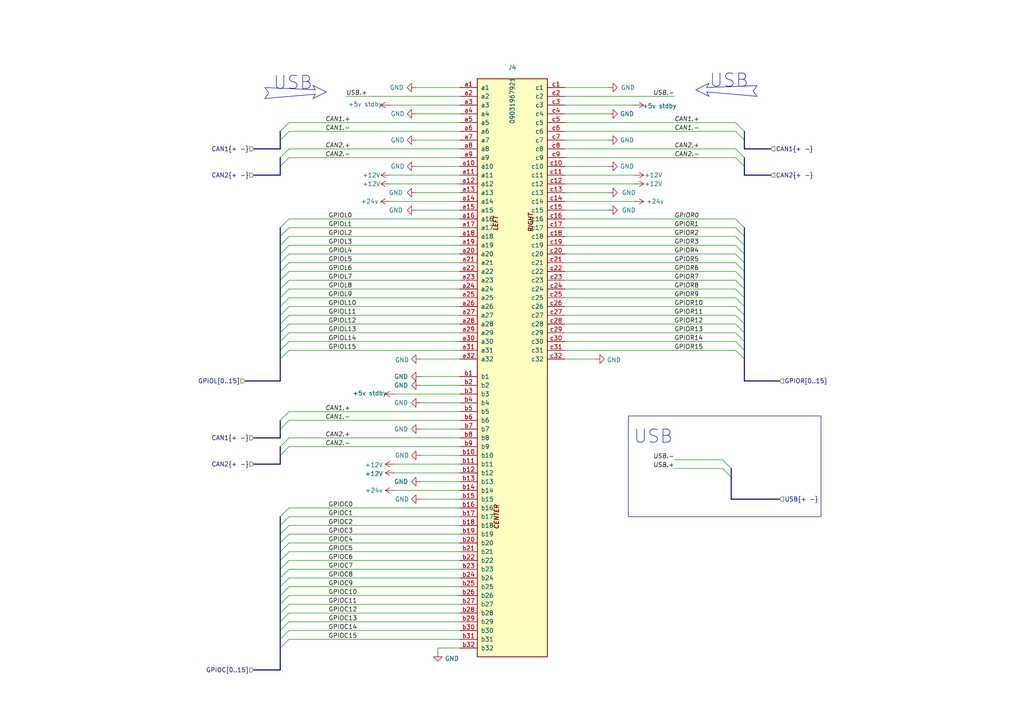
<source format=kicad_sch>
(kicad_sch (version 20250114) (generator "eeschema") (generator_version "9.0")
  (paper "A4")
  (title_block (title "DIN41612 connector breakout") (date "2024-11-14") (rev "A") (company "ModuCard system") (comment 1 "Artem Horiunov"))
  (rectangle (start 182.245 120.65) (end 238.125 149.86))
  (text "USB\n" (at 189.484 126.746 0) (effects (font (size 3.81 3.81))))
  (text "USB\n" (at 84.963 24.13 0) (effects (font (size 3.81 3.81))))
  (text "USB\n" (at 211.455 23.495 0) (effects (font (size 3.81 3.81))))
  (bus_entry (at 83.82 81.28) (size -2.54 2.54))
  (bus_entry (at 213.36 35.56) (size 2.54 2.54))
  (bus_entry (at 83.82 93.98) (size -2.54 2.54))
  (bus_entry (at 83.82 154.94) (size -2.54 2.54))
  (bus_entry (at 83.82 45.72) (size -2.54 2.54))
  (bus_entry (at 213.36 96.52) (size 2.54 2.54))
  (bus_entry (at 83.82 180.34) (size -2.54 2.54))
  (bus_entry (at 213.36 68.58) (size 2.54 2.54))
  (bus_entry (at 83.82 170.18) (size -2.54 2.54))
  (bus_entry (at 213.36 76.2) (size 2.54 2.54))
  (bus_entry (at 213.36 93.98) (size 2.54 2.54))
  (bus_entry (at 83.82 165.1) (size -2.54 2.54))
  (bus_entry (at 209.55 135.89) (size 2.54 2.54))
  (bus_entry (at 209.55 133.35) (size 2.54 2.54))
  (bus_entry (at 83.82 38.1) (size -2.54 2.54))
  (bus_entry (at 83.82 119.38) (size -2.54 2.54))
  (bus_entry (at 83.82 152.4) (size -2.54 2.54))
  (bus_entry (at 83.82 35.56) (size -2.54 2.54))
  (bus_entry (at 83.82 88.9) (size -2.54 2.54))
  (bus_entry (at 213.36 78.74) (size 2.54 2.54))
  (bus_entry (at 83.82 66.04) (size -2.54 2.54))
  (bus_entry (at 83.82 177.8) (size -2.54 2.54))
  (bus_entry (at 83.82 157.48) (size -2.54 2.54))
  (bus_entry (at 213.36 38.1) (size 2.54 2.54))
  (bus_entry (at 213.36 71.12) (size 2.54 2.54))
  (bus_entry (at 83.82 175.26) (size -2.54 2.54))
  (bus_entry (at 83.82 149.86) (size -2.54 2.54))
  (bus_entry (at 83.82 99.06) (size -2.54 2.54))
  (bus_entry (at 83.82 91.44) (size -2.54 2.54))
  (bus_entry (at 213.36 66.04) (size 2.54 2.54))
  (bus_entry (at 83.82 78.74) (size -2.54 2.54))
  (bus_entry (at 83.82 96.52) (size -2.54 2.54))
  (bus_entry (at 83.82 182.88) (size -2.54 2.54))
  (bus_entry (at 83.82 76.2) (size -2.54 2.54))
  (bus_entry (at 83.82 127) (size -2.54 2.54))
  (bus_entry (at 83.82 101.6) (size -2.54 2.54))
  (bus_entry (at 83.82 167.64) (size -2.54 2.54))
  (bus_entry (at 83.82 121.92) (size -2.54 2.54))
  (bus_entry (at 213.36 81.28) (size 2.54 2.54))
  (bus_entry (at 83.82 129.54) (size -2.54 2.54))
  (bus_entry (at 83.82 160.02) (size -2.54 2.54))
  (bus_entry (at 83.82 71.12) (size -2.54 2.54))
  (bus_entry (at 83.82 172.72) (size -2.54 2.54))
  (bus_entry (at 83.82 63.5) (size -2.54 2.54))
  (bus_entry (at 213.36 91.44) (size 2.54 2.54))
  (bus_entry (at 83.82 83.82) (size -2.54 2.54))
  (bus_entry (at 213.36 43.18) (size 2.54 2.54))
  (bus_entry (at 83.82 147.32) (size -2.54 2.54))
  (bus_entry (at 213.36 86.36) (size 2.54 2.54))
  (bus_entry (at 213.36 101.6) (size 2.54 2.54))
  (bus_entry (at 83.82 68.58) (size -2.54 2.54))
  (bus_entry (at 213.36 45.72) (size 2.54 2.54))
  (bus_entry (at 213.36 63.5) (size 2.54 2.54))
  (bus_entry (at 83.82 185.42) (size -2.54 2.54))
  (bus_entry (at 213.36 73.66) (size 2.54 2.54))
  (bus_entry (at 83.82 86.36) (size -2.54 2.54))
  (bus_entry (at 83.82 73.66) (size -2.54 2.54))
  (bus_entry (at 83.82 43.18) (size -2.54 2.54))
  (bus_entry (at 213.36 88.9) (size 2.54 2.54))
  (bus_entry (at 83.82 162.56) (size -2.54 2.54))
  (bus_entry (at 213.36 99.06) (size 2.54 2.54))
  (bus_entry (at 213.36 83.82) (size 2.54 2.54))
  (bus (pts (xy 81.28 157.48) (xy 81.28 160.02)))
  (bus (pts (xy 223.52 50.8) (xy 215.9 50.8)))
  (bus (pts (xy 81.28 93.98) (xy 81.28 96.52)))
  (wire (pts (xy 213.36 76.2) (xy 163.83 76.2)))
  (wire (pts (xy 133.35 83.82) (xy 83.82 83.82)))
  (wire (pts (xy 121.92 111.76) (xy 133.35 111.76)))
  (polyline (pts (xy 76.835 25.4) (xy 91.44 26.035)))
  (bus (pts (xy 215.9 40.64) (xy 215.9 43.18)))
  (wire (pts (xy 213.36 35.56) (xy 163.83 35.56)))
  (wire (pts (xy 121.92 132.08) (xy 133.35 132.08)))
  (bus (pts (xy 81.28 182.88) (xy 81.28 185.42)))
  (wire (pts (xy 133.35 185.42) (xy 83.82 185.42)))
  (wire (pts (xy 120.65 55.88) (xy 133.35 55.88)))
  (wire (pts (xy 213.36 38.1) (xy 163.83 38.1)))
  (wire (pts (xy 127 189.23) (xy 127 187.96)))
  (wire (pts (xy 133.35 172.72) (xy 83.82 172.72)))
  (polyline (pts (xy 77.978 26.924) (xy 76.835 25.4)))
  (wire (pts (xy 121.92 116.84) (xy 133.35 116.84)))
  (bus (pts (xy 81.28 71.12) (xy 81.28 73.66)))
  (wire (pts (xy 213.36 101.6) (xy 163.83 101.6)))
  (wire (pts (xy 133.35 99.06) (xy 83.82 99.06)))
  (bus (pts (xy 81.28 99.06) (xy 81.28 101.6)))
  (bus (pts (xy 215.9 45.72) (xy 215.9 48.26)))
  (bus (pts (xy 81.28 86.36) (xy 81.28 88.9)))
  (bus (pts (xy 212.09 135.89) (xy 212.09 138.43)))
  (polyline (pts (xy 201.803 26.035) (xy 205.613 27.94)))
  (wire (pts (xy 121.92 104.14) (xy 133.35 104.14)))
  (bus (pts (xy 81.28 66.04) (xy 81.28 68.58)))
  (wire (pts (xy 133.35 93.98) (xy 83.82 93.98)))
  (wire (pts (xy 100.33 27.94) (xy 133.35 27.94)))
  (bus (pts (xy 81.28 170.18) (xy 81.28 172.72)))
  (wire (pts (xy 83.82 127) (xy 133.35 127)))
  (wire (pts (xy 133.35 177.8) (xy 83.82 177.8)))
  (wire (pts (xy 195.58 135.89) (xy 209.55 135.89)))
  (bus (pts (xy 81.28 81.28) (xy 81.28 83.82)))
  (wire (pts (xy 83.82 35.56) (xy 133.35 35.56)))
  (wire (pts (xy 83.82 45.72) (xy 133.35 45.72)))
  (bus (pts (xy 81.28 154.94) (xy 81.28 157.48)))
  (bus (pts (xy 73.66 127) (xy 81.28 127)))
  (wire (pts (xy 133.35 96.52) (xy 83.82 96.52)))
  (wire (pts (xy 176.53 48.26) (xy 163.83 48.26)))
  (wire (pts (xy 133.35 88.9) (xy 83.82 88.9)))
  (polyline (pts (xy 204.978 25.4) (xy 205.613 24.13)))
  (bus (pts (xy 215.9 81.28) (xy 215.9 83.82)))
  (wire (pts (xy 163.83 66.04) (xy 213.36 66.04)))
  (bus (pts (xy 81.28 165.1) (xy 81.28 167.64)))
  (bus (pts (xy 81.28 110.49) (xy 71.12 110.49)))
  (bus (pts (xy 215.9 93.98) (xy 215.9 96.52)))
  (wire (pts (xy 114.3 142.24) (xy 133.35 142.24)))
  (wire (pts (xy 163.83 30.48) (xy 184.15 30.48)))
  (wire (pts (xy 133.35 170.18) (xy 83.82 170.18)))
  (bus (pts (xy 81.28 132.08) (xy 81.28 134.62)))
  (wire (pts (xy 133.35 81.28) (xy 83.82 81.28)))
  (wire (pts (xy 184.15 50.8) (xy 163.83 50.8)))
  (wire (pts (xy 163.83 68.58) (xy 213.36 68.58)))
  (polyline (pts (xy 205.613 24.13) (xy 201.803 26.035)))
  (bus (pts (xy 215.9 48.26) (xy 215.9 50.8)))
  (bus (pts (xy 215.9 38.1) (xy 215.9 40.64)))
  (wire (pts (xy 120.65 60.96) (xy 133.35 60.96)))
  (wire (pts (xy 120.65 33.02) (xy 133.35 33.02)))
  (wire (pts (xy 121.92 124.46) (xy 133.35 124.46)))
  (wire (pts (xy 127 187.96) (xy 133.35 187.96)))
  (wire (pts (xy 83.82 129.54) (xy 133.35 129.54)))
  (wire (pts (xy 163.83 40.64) (xy 176.53 40.64)))
  (bus (pts (xy 81.28 121.92) (xy 81.28 124.46)))
  (wire (pts (xy 163.83 25.4) (xy 176.53 25.4)))
  (bus (pts (xy 81.28 76.2) (xy 81.28 78.74)))
  (wire (pts (xy 120.65 48.26) (xy 133.35 48.26)))
  (wire (pts (xy 213.36 81.28) (xy 163.83 81.28)))
  (bus (pts (xy 215.9 91.44) (xy 215.9 93.98)))
  (wire (pts (xy 83.82 43.18) (xy 133.35 43.18)))
  (bus (pts (xy 81.28 48.26) (xy 81.28 50.8)))
  (bus (pts (xy 81.28 194.31) (xy 73.66 194.31)))
  (polyline (pts (xy 91.44 27.305) (xy 76.835 28.575)))
  (wire (pts (xy 133.35 101.6) (xy 83.82 101.6)))
  (bus (pts (xy 81.28 167.64) (xy 81.28 170.18)))
  (wire (pts (xy 133.35 175.26) (xy 83.82 175.26)))
  (wire (pts (xy 163.83 60.96) (xy 176.53 60.96)))
  (wire (pts (xy 114.3 137.16) (xy 133.35 137.16)))
  (wire (pts (xy 83.82 121.92) (xy 133.35 121.92)))
  (bus (pts (xy 81.28 104.14) (xy 81.28 110.49)))
  (bus (pts (xy 81.28 177.8) (xy 81.28 180.34)))
  (wire (pts (xy 133.35 162.56) (xy 83.82 162.56)))
  (bus (pts (xy 215.9 104.14) (xy 215.9 110.49)))
  (bus (pts (xy 215.9 83.82) (xy 215.9 86.36)))
  (wire (pts (xy 120.65 25.4) (xy 133.35 25.4)))
  (bus (pts (xy 215.9 66.04) (xy 215.9 68.58)))
  (bus (pts (xy 215.9 68.58) (xy 215.9 71.12)))
  (bus (pts (xy 73.66 43.18) (xy 81.28 43.18)))
  (bus (pts (xy 81.28 175.26) (xy 81.28 177.8)))
  (polyline (pts (xy 218.44 26.416) (xy 219.5663 24.8237)))
  (wire (pts (xy 213.36 99.06) (xy 163.83 99.06)))
  (bus (pts (xy 81.28 180.34) (xy 81.28 182.88)))
  (bus (pts (xy 215.9 76.2) (xy 215.9 78.74)))
  (bus (pts (xy 81.28 185.42) (xy 81.28 187.96)))
  (bus (pts (xy 81.28 124.46) (xy 81.28 127)))
  (wire (pts (xy 195.58 133.35) (xy 209.55 133.35)))
  (bus (pts (xy 215.9 101.6) (xy 215.9 104.14)))
  (wire (pts (xy 83.82 149.86) (xy 133.35 149.86)))
  (polyline (pts (xy 204.978 26.67) (xy 219.583 27.94)))
  (wire (pts (xy 213.36 83.82) (xy 163.83 83.82)))
  (bus (pts (xy 212.09 144.78) (xy 226.06 144.78)))
  (bus (pts (xy 81.28 40.64) (xy 81.28 43.18)))
  (polyline (pts (xy 94.615 26.67) (xy 90.805 28.575)))
  (wire (pts (xy 213.36 88.9) (xy 163.83 88.9)))
  (wire (pts (xy 83.82 147.32) (xy 133.35 147.32)))
  (bus (pts (xy 81.28 149.86) (xy 81.28 152.4)))
  (polyline (pts (xy 76.835 28.575) (xy 77.978 26.924)))
  (wire (pts (xy 163.83 33.02) (xy 176.53 33.02)))
  (wire (pts (xy 133.35 180.34) (xy 83.82 180.34)))
  (wire (pts (xy 133.35 86.36) (xy 83.82 86.36)))
  (bus (pts (xy 81.28 38.1) (xy 81.28 40.64)))
  (wire (pts (xy 172.72 104.14) (xy 163.83 104.14)))
  (wire (pts (xy 213.36 71.12) (xy 163.83 71.12)))
  (wire (pts (xy 163.83 27.94) (xy 195.58 27.94)))
  (bus (pts (xy 215.9 73.66) (xy 215.9 76.2)))
  (wire (pts (xy 114.3 134.62) (xy 133.35 134.62)))
  (wire (pts (xy 133.35 154.94) (xy 83.82 154.94)))
  (wire (pts (xy 83.82 119.38) (xy 133.35 119.38)))
  (bus (pts (xy 81.28 96.52) (xy 81.28 99.06)))
  (bus (pts (xy 215.9 78.74) (xy 215.9 81.28)))
  (wire (pts (xy 83.82 152.4) (xy 133.35 152.4)))
  (wire (pts (xy 163.83 58.42) (xy 184.15 58.42)))
  (wire (pts (xy 114.3 114.3) (xy 133.35 114.3)))
  (wire (pts (xy 213.36 93.98) (xy 163.83 93.98)))
  (bus (pts (xy 81.28 129.54) (xy 81.28 132.08)))
  (bus (pts (xy 81.28 187.96) (xy 81.28 194.31)))
  (bus (pts (xy 215.9 96.52) (xy 215.9 99.06)))
  (wire (pts (xy 213.36 78.74) (xy 163.83 78.74)))
  (wire (pts (xy 83.82 68.58) (xy 133.35 68.58)))
  (bus (pts (xy 81.28 101.6) (xy 81.28 104.14)))
  (polyline (pts (xy 91.44 26.035) (xy 90.805 24.765)))
  (wire (pts (xy 133.35 78.74) (xy 83.82 78.74)))
  (wire (pts (xy 121.92 144.78) (xy 133.35 144.78)))
  (bus (pts (xy 81.28 88.9) (xy 81.28 91.44)))
  (bus (pts (xy 81.28 78.74) (xy 81.28 81.28)))
  (wire (pts (xy 163.83 63.5) (xy 213.36 63.5)))
  (wire (pts (xy 213.36 86.36) (xy 163.83 86.36)))
  (wire (pts (xy 133.35 73.66) (xy 83.82 73.66)))
  (wire (pts (xy 133.35 167.64) (xy 83.82 167.64)))
  (polyline (pts (xy 205.613 27.94) (xy 204.978 26.67)))
  (wire (pts (xy 133.35 76.2) (xy 83.82 76.2)))
  (bus (pts (xy 215.9 110.49) (xy 226.06 110.49)))
  (bus (pts (xy 81.28 162.56) (xy 81.28 165.1)))
  (wire (pts (xy 120.65 40.64) (xy 133.35 40.64)))
  (wire (pts (xy 213.36 91.44) (xy 163.83 91.44)))
  (polyline (pts (xy 219.583 27.94) (xy 218.44 26.416)))
  (bus (pts (xy 215.9 71.12) (xy 215.9 73.66)))
  (bus (pts (xy 73.66 50.8) (xy 81.28 50.8)))
  (bus (pts (xy 81.28 160.02) (xy 81.28 162.56)))
  (polyline (pts (xy 90.805 24.765) (xy 94.615 26.67)))
  (bus (pts (xy 215.9 86.36) (xy 215.9 88.9)))
  (wire (pts (xy 213.36 45.72) (xy 163.83 45.72)))
  (bus (pts (xy 81.28 68.58) (xy 81.28 71.12)))
  (bus (pts (xy 81.28 172.72) (xy 81.28 175.26)))
  (wire (pts (xy 121.92 109.22) (xy 133.35 109.22)))
  (wire (pts (xy 113.03 53.34) (xy 133.35 53.34)))
  (wire (pts (xy 83.82 63.5) (xy 133.35 63.5)))
  (wire (pts (xy 113.03 50.8) (xy 133.35 50.8)))
  (wire (pts (xy 133.35 182.88) (xy 83.82 182.88)))
  (wire (pts (xy 213.36 73.66) (xy 163.83 73.66)))
  (bus (pts (xy 73.66 134.62) (xy 81.28 134.62)))
  (polyline (pts (xy 90.805 28.575) (xy 91.44 27.305)))
  (wire (pts (xy 133.35 165.1) (xy 83.82 165.1)))
  (wire (pts (xy 163.83 53.34) (xy 184.15 53.34)))
  (polyline (pts (xy 219.5663 24.8237) (xy 204.978 25.4)))
  (bus (pts (xy 215.9 88.9) (xy 215.9 91.44)))
  (bus (pts (xy 81.28 152.4) (xy 81.28 154.94)))
  (wire (pts (xy 121.92 139.7) (xy 133.35 139.7)))
  (bus (pts (xy 81.28 73.66) (xy 81.28 76.2)))
  (wire (pts (xy 113.03 58.42) (xy 133.35 58.42)))
  (wire (pts (xy 83.82 38.1) (xy 133.35 38.1)))
  (bus (pts (xy 223.52 43.18) (xy 215.9 43.18)))
  (wire (pts (xy 113.03 30.48) (xy 133.35 30.48)))
  (wire (pts (xy 133.35 91.44) (xy 83.82 91.44)))
  (bus (pts (xy 212.09 138.43) (xy 212.09 144.78)))
  (wire (pts (xy 133.35 157.48) (xy 83.82 157.48)))
  (wire (pts (xy 133.35 160.02) (xy 83.82 160.02)))
  (wire (pts (xy 163.83 55.88) (xy 176.53 55.88)))
  (bus (pts (xy 81.28 83.82) (xy 81.28 86.36)))
  (bus (pts (xy 81.28 91.44) (xy 81.28 93.98)))
  (wire (pts (xy 213.36 96.52) (xy 163.83 96.52)))
  (wire (pts (xy 213.36 43.18) (xy 163.83 43.18)))
  (bus (pts (xy 215.9 99.06) (xy 215.9 101.6)))
  (wire (pts (xy 133.35 71.12) (xy 83.82 71.12)))
  (bus (pts (xy 81.28 45.72) (xy 81.28 48.26)))
  (wire (pts (xy 83.82 66.04) (xy 133.35 66.04)))
  (label "GPIOR6" (at 195.58 78.74 0))
  (label "GPIOC9" (at 95.25 170.18 0))
  (label "USB.-" (at 195.58 133.35 180) (effects (font (italic yes))))
  (label "GPIOL5" (at 95.25 76.2 0))
  (label "GPIOR15" (at 195.58 101.6 0))
  (label "GPIOR12" (at 195.58 93.98 0))
  (label "GPIOC4" (at 95.25 157.48 0))
  (label "GPIOL14" (at 95.25 99.06 0))
  (label "CAN1.-" (at 195.58 38.1 0) (effects (font (italic yes))))
  (label "GPIOR5" (at 195.58 76.2 0))
  (label "GPIOC12" (at 95.25 177.8 0))
  (label "GPIOL15" (at 95.25 101.6 0))
  (label "GPIOL8" (at 95.25 83.82 0))
  (label "CAN2.-" (at 101.6 129.54 180) (effects (font (italic yes))))
  (label "USB.+" (at 100.33 27.94 0) (effects (font (italic yes))))
  (label "GPIOC1" (at 95.25 149.86 0))
  (label "GPIOC8" (at 95.25 167.64 0))
  (label "GPIOL10" (at 95.25 88.9 0))
  (label "CAN2.+" (at 101.6 43.18 180) (effects (font (italic yes))))
  (label "GPIOR14" (at 195.58 99.06 0))
  (label "GPIOL1" (at 95.25 66.04 0))
  (label "GPIOR13" (at 195.58 96.52 0))
  (label "CAN2.-" (at 101.6 45.72 180) (effects (font (italic yes))))
  (label "GPIOR7" (at 195.58 81.28 0))
  (label "USB.-" (at 195.58 27.94 180) (effects (font (italic yes))))
  (label "GPIOR9" (at 195.58 86.36 0))
  (label "GPIOR2" (at 195.58 68.58 0))
  (label "GPIOL7" (at 95.25 81.28 0))
  (label "GPIOR8" (at 195.58 83.82 0))
  (label "CAN1.-" (at 101.6 38.1 180) (effects (font (italic yes))))
  (label "CAN1.+" (at 101.6 119.38 180) (effects (font (italic yes))))
  (label "GPIOL12" (at 95.25 93.98 0))
  (label "GPIOR1" (at 195.58 66.04 0))
  (label "GPIOC5" (at 95.25 160.02 0))
  (label "GPIOC7" (at 95.25 165.1 0))
  (label "CAN1.+" (at 195.58 35.56 0) (effects (font (italic yes))))
  (label "GPIOC10" (at 95.25 172.72 0))
  (label "GPIOL3" (at 95.25 71.12 0))
  (label "USB.+" (at 195.58 135.89 180) (effects (font (italic yes))))
  (label "GPIOR10" (at 195.58 88.9 0))
  (label "GPIOC14" (at 95.25 182.88 0))
  (label "GPIOL6" (at 95.25 78.74 0))
  (label "GPIOL13" (at 95.25 96.52 0))
  (label "GPIOC3" (at 95.25 154.94 0))
  (label "CAN2.+" (at 101.6 127 180) (effects (font (italic yes))))
  (label "GPIOR11" (at 195.58 91.44 0))
  (label "GPIOC2" (at 95.25 152.4 0))
  (label "GPIOC15" (at 95.25 185.42 0))
  (label "GPIOC13" (at 95.25 180.34 0))
  (label "GPIOL11" (at 95.25 91.44 0))
  (label "GPIOL0" (at 95.25 63.5 0))
  (label "GPIOR0" (at 195.58 63.5 0) (effects (font (italic yes))))
  (label "CAN1.+" (at 101.6 35.56 180) (effects (font (italic yes))))
  (label "GPIOC0" (at 95.25 147.32 0))
  (label "GPIOC11" (at 95.25 175.26 0))
  (label "GPIOC6" (at 95.25 162.56 0))
  (label "GPIOL9" (at 95.25 86.36 0))
  (label "GPIOR3" (at 195.58 71.12 0))
  (label "GPIOL4" (at 95.25 73.66 0))
  (label "CAN2.-" (at 195.58 45.72 0) (effects (font (italic yes))))
  (label "CAN1.-" (at 101.6 121.92 180) (effects (font (italic yes))))
  (label "GPIOL2" (at 95.25 68.58 0))
  (label "GPIOR4" (at 195.58 73.66 0))
  (label "CAN2.+" (at 195.58 43.18 0) (effects (font (italic yes))))
  (hierarchical_label "CAN1{+ -}" (shape input) (at 73.66 127 180))
  (hierarchical_label "CAN1{+ -}" (shape input) (at 223.52 43.18 0))
  (hierarchical_label "GPIOR[0..15]" (shape input) (at 226.06 110.49 0))
  (hierarchical_label "USB{+ -}" (shape input) (at 226.06 144.78 0))
  (hierarchical_label "GPIOC[0..15]" (shape input) (at 73.66 194.31 180))
  (hierarchical_label "CAN2{+ -}" (shape input) (at 73.66 50.8 180))
  (hierarchical_label "GPIOL[0..15]" (shape input) (at 71.12 110.49 180))
  (hierarchical_label "CAN1{+ -}" (shape input) (at 73.66 43.18 180))
  (hierarchical_label "CAN2{+ -}" (shape input) (at 73.66 134.62 180))
  (hierarchical_label "CAN2{+ -}" (shape input) (at 223.52 50.8 0))
  (symbol (lib_id "power:+12V") (at 113.03 53.34 90) (mirror x) (unit 1)
    (property "Reference" "#PWR019" (effects (hide yes)))
    (property "Value" "+12V" (at 107.696 53.34 90))
    (property "Description" "Power symbol creates a global label with name \"+12V\"" (effects (hide yes)))
    (instances (project "ModuCard-System-ActiveBackplane" (path "" (reference "#PWR0169") (unit 1)) (path "" (reference "#PWR0203") (unit 1)) (path "" (reference "#PWR0101") (unit 1)) (path "" (reference "#PWR0453") (unit 1)) (path "" (reference "#PWR0500") (unit 1)) (path "" (reference "#PWR0237") (unit 1)) (path "" (reference "#PWR0317") (unit 1)) (path "" (reference "#PWR0419") (unit 1)) (path "" (reference "#PWR019") (unit 1)) (path "" (reference "#PWR0283") (unit 1)) (path "" (reference "#PWR0534") (unit 1)) (path "" (reference "#PWR0385") (unit 1)) (path "" (reference "#PWR0351") (unit 1)) (path "" (reference "#PWR0135") (unit 1)) (path "" (reference "#PWR0602") (unit 1)) (path "" (reference "#PWR0568") (unit 1))))
  )
  (symbol (lib_id "power:+12V") (at 184.15 50.8 270) (mirror x) (unit 1)
    (property "Reference" "#PWR018" (effects (hide yes)))
    (property "Value" "+12V" (at 189.484 50.8 90))
    (property "Description" "Power symbol creates a global label with name \"+12V\"" (effects (hide yes)))
    (instances (project "ModuCard-System-ActiveBackplane" (path "" (reference "#PWR0168") (unit 1)) (path "" (reference "#PWR0202") (unit 1)) (path "" (reference "#PWR0100") (unit 1)) (path "" (reference "#PWR0452") (unit 1)) (path "" (reference "#PWR0499") (unit 1)) (path "" (reference "#PWR0236") (unit 1)) (path "" (reference "#PWR0316") (unit 1)) (path "" (reference "#PWR0418") (unit 1)) (path "" (reference "#PWR018") (unit 1)) (path "" (reference "#PWR0282") (unit 1)) (path "" (reference "#PWR0533") (unit 1)) (path "" (reference "#PWR0384") (unit 1)) (path "" (reference "#PWR0350") (unit 1)) (path "" (reference "#PWR0134") (unit 1)) (path "" (reference "#PWR0601") (unit 1)) (path "" (reference "#PWR0567") (unit 1))))
  )
  (symbol (lib_name "GND_1") (lib_id "power:GND") (at 121.92 124.46 270) (unit 1)
    (property "Reference" "#PWR033" (effects (hide yes)))
    (property "Value" "GND" (at 116.332 124.46 90))
    (property "Description" "Power symbol creates a global label with name \"GND\" , ground" (effects (hide yes)))
    (instances (project "ModuCard-System-ActiveBackplane" (path "" (reference "#PWR0183") (unit 1)) (path "" (reference "#PWR0217") (unit 1)) (path "" (reference "#PWR0115") (unit 1)) (path "" (reference "#PWR0467") (unit 1)) (path "" (reference "#PWR0514") (unit 1)) (path "" (reference "#PWR0251") (unit 1)) (path "" (reference "#PWR0331") (unit 1)) (path "" (reference "#PWR0433") (unit 1)) (path "" (reference "#PWR033") (unit 1)) (path "" (reference "#PWR0297") (unit 1)) (path "" (reference "#PWR0548") (unit 1)) (path "" (reference "#PWR0399") (unit 1)) (path "" (reference "#PWR0365") (unit 1)) (path "" (reference "#PWR0149") (unit 1)) (path "" (reference "#PWR0616") (unit 1)) (path "" (reference "#PWR0582") (unit 1))))
  )
  (symbol (lib_name "GND_1") (lib_id "power:GND") (at 172.72 104.14 90) (mirror x) (unit 1)
    (property "Reference" "#PWR028" (effects (hide yes)))
    (property "Value" "GND" (at 178.054 104.394 90))
    (property "Description" "Power symbol creates a global label with name \"GND\" , ground" (effects (hide yes)))
    (instances (project "ModuCard-System-ActiveBackplane" (path "" (reference "#PWR0178") (unit 1)) (path "" (reference "#PWR0212") (unit 1)) (path "" (reference "#PWR0110") (unit 1)) (path "" (reference "#PWR0462") (unit 1)) (path "" (reference "#PWR0509") (unit 1)) (path "" (reference "#PWR0246") (unit 1)) (path "" (reference "#PWR0326") (unit 1)) (path "" (reference "#PWR0428") (unit 1)) (path "" (reference "#PWR028") (unit 1)) (path "" (reference "#PWR0292") (unit 1)) (path "" (reference "#PWR0543") (unit 1)) (path "" (reference "#PWR0394") (unit 1)) (path "" (reference "#PWR0360") (unit 1)) (path "" (reference "#PWR0144") (unit 1)) (path "" (reference "#PWR0611") (unit 1)) (path "" (reference "#PWR0577") (unit 1))))
  )
  (symbol (lib_name "GND_1") (lib_id "power:GND") (at 121.92 116.84 270) (mirror x) (unit 1)
    (property "Reference" "#PWR032" (effects (hide yes)))
    (property "Value" "GND" (at 116.332 116.84 90))
    (property "Description" "Power symbol creates a global label with name \"GND\" , ground" (effects (hide yes)))
    (instances (project "ModuCard-System-ActiveBackplane" (path "" (reference "#PWR0182") (unit 1)) (path "" (reference "#PWR0216") (unit 1)) (path "" (reference "#PWR0114") (unit 1)) (path "" (reference "#PWR0466") (unit 1)) (path "" (reference "#PWR0513") (unit 1)) (path "" (reference "#PWR0250") (unit 1)) (path "" (reference "#PWR0330") (unit 1)) (path "" (reference "#PWR0432") (unit 1)) (path "" (reference "#PWR032") (unit 1)) (path "" (reference "#PWR0296") (unit 1)) (path "" (reference "#PWR0547") (unit 1)) (path "" (reference "#PWR0398") (unit 1)) (path "" (reference "#PWR0364") (unit 1)) (path "" (reference "#PWR0148") (unit 1)) (path "" (reference "#PWR0615") (unit 1)) (path "" (reference "#PWR0581") (unit 1))))
  )
  (symbol (lib_id "power:GND") (at 176.53 40.64 90) (mirror x) (unit 1)
    (property "Reference" "#PWR014" (effects (hide yes)))
    (property "Value" "GND" (at 181.864 40.64 90))
    (property "Description" "Power symbol creates a global label with name \"GND\" , ground" (effects (hide yes)))
    (instances (project "ModuCard-System-ActiveBackplane" (path "" (reference "#PWR0164") (unit 1)) (path "" (reference "#PWR0198") (unit 1)) (path "" (reference "#PWR096") (unit 1)) (path "" (reference "#PWR0448") (unit 1)) (path "" (reference "#PWR0495") (unit 1)) (path "" (reference "#PWR0232") (unit 1)) (path "" (reference "#PWR0312") (unit 1)) (path "" (reference "#PWR0414") (unit 1)) (path "" (reference "#PWR014") (unit 1)) (path "" (reference "#PWR0278") (unit 1)) (path "" (reference "#PWR0529") (unit 1)) (path "" (reference "#PWR0380") (unit 1)) (path "" (reference "#PWR0346") (unit 1)) (path "" (reference "#PWR0130") (unit 1)) (path "" (reference "#PWR0597") (unit 1)) (path "" (reference "#PWR0563") (unit 1))))
  )
  (symbol (lib_id "power:+12V") (at 114.3 137.16 90) (unit 1)
    (property "Reference" "#PWR036" (effects (hide yes)))
    (property "Value" "+12V" (at 108.458 137.414 90))
    (property "Description" "Power symbol creates a global label with name \"+12V\"" (effects (hide yes)))
    (instances (project "ModuCard-System-ActiveBackplane" (path "" (reference "#PWR0186") (unit 1)) (path "" (reference "#PWR0220") (unit 1)) (path "" (reference "#PWR0118") (unit 1)) (path "" (reference "#PWR0470") (unit 1)) (path "" (reference "#PWR0517") (unit 1)) (path "" (reference "#PWR0254") (unit 1)) (path "" (reference "#PWR0334") (unit 1)) (path "" (reference "#PWR0436") (unit 1)) (path "" (reference "#PWR036") (unit 1)) (path "" (reference "#PWR0300") (unit 1)) (path "" (reference "#PWR0551") (unit 1)) (path "" (reference "#PWR0402") (unit 1)) (path "" (reference "#PWR0368") (unit 1)) (path "" (reference "#PWR0152") (unit 1)) (path "" (reference "#PWR0619") (unit 1)) (path "" (reference "#PWR0585") (unit 1))))
  )
  (symbol (lib_id "power:+12V") (at 184.15 53.34 270) (mirror x) (unit 1)
    (property "Reference" "#PWR020" (effects (hide yes)))
    (property "Value" "+12V" (at 189.484 53.34 90))
    (property "Description" "Power symbol creates a global label with name \"+12V\"" (effects (hide yes)))
    (instances (project "ModuCard-System-ActiveBackplane" (path "" (reference "#PWR0170") (unit 1)) (path "" (reference "#PWR0204") (unit 1)) (path "" (reference "#PWR0102") (unit 1)) (path "" (reference "#PWR0454") (unit 1)) (path "" (reference "#PWR0501") (unit 1)) (path "" (reference "#PWR0238") (unit 1)) (path "" (reference "#PWR0318") (unit 1)) (path "" (reference "#PWR0420") (unit 1)) (path "" (reference "#PWR020") (unit 1)) (path "" (reference "#PWR0284") (unit 1)) (path "" (reference "#PWR0535") (unit 1)) (path "" (reference "#PWR0386") (unit 1)) (path "" (reference "#PWR0352") (unit 1)) (path "" (reference "#PWR0136") (unit 1)) (path "" (reference "#PWR0603") (unit 1)) (path "" (reference "#PWR0569") (unit 1))))
  )
  (symbol (lib_name "GND_1") (lib_id "power:GND") (at 121.92 111.76 270) (mirror x) (unit 1)
    (property "Reference" "#PWR030" (effects (hide yes)))
    (property "Value" "GND" (at 116.332 111.76 90))
    (property "Description" "Power symbol creates a global label with name \"GND\" , ground" (effects (hide yes)))
    (instances (project "ModuCard-System-ActiveBackplane" (path "" (reference "#PWR0180") (unit 1)) (path "" (reference "#PWR0214") (unit 1)) (path "" (reference "#PWR0112") (unit 1)) (path "" (reference "#PWR0464") (unit 1)) (path "" (reference "#PWR0511") (unit 1)) (path "" (reference "#PWR0248") (unit 1)) (path "" (reference "#PWR0328") (unit 1)) (path "" (reference "#PWR0430") (unit 1)) (path "" (reference "#PWR030") (unit 1)) (path "" (reference "#PWR0294") (unit 1)) (path "" (reference "#PWR0545") (unit 1)) (path "" (reference "#PWR0396") (unit 1)) (path "" (reference "#PWR0362") (unit 1)) (path "" (reference "#PWR0146") (unit 1)) (path "" (reference "#PWR0613") (unit 1)) (path "" (reference "#PWR0579") (unit 1))))
  )
  (symbol (lib_name "GND_1") (lib_id "power:GND") (at 121.92 139.7 270) (unit 1)
    (property "Reference" "#PWR037" (effects (hide yes)))
    (property "Value" "GND" (at 116.332 139.7 90))
    (property "Description" "Power symbol creates a global label with name \"GND\" , ground" (effects (hide yes)))
    (instances (project "ModuCard-System-ActiveBackplane" (path "" (reference "#PWR0187") (unit 1)) (path "" (reference "#PWR0221") (unit 1)) (path "" (reference "#PWR0119") (unit 1)) (path "" (reference "#PWR0471") (unit 1)) (path "" (reference "#PWR0518") (unit 1)) (path "" (reference "#PWR0255") (unit 1)) (path "" (reference "#PWR0335") (unit 1)) (path "" (reference "#PWR0437") (unit 1)) (path "" (reference "#PWR037") (unit 1)) (path "" (reference "#PWR0301") (unit 1)) (path "" (reference "#PWR0552") (unit 1)) (path "" (reference "#PWR0403") (unit 1)) (path "" (reference "#PWR0369") (unit 1)) (path "" (reference "#PWR0153") (unit 1)) (path "" (reference "#PWR0620") (unit 1)) (path "" (reference "#PWR0586") (unit 1))))
  )
  (symbol (lib_id "power:+12V") (at 113.03 58.42 90) (mirror x) (unit 1)
    (property "Reference" "#PWR023" (effects (hide yes)))
    (property "Value" "+24v" (at 107.188 58.42 90))
    (property "Description" "Power symbol creates a global label with name \"+12V\"" (effects (hide yes)))
    (instances (project "ModuCard-System-ActiveBackplane" (path "" (reference "#PWR0173") (unit 1)) (path "" (reference "#PWR0207") (unit 1)) (path "" (reference "#PWR0105") (unit 1)) (path "" (reference "#PWR0457") (unit 1)) (path "" (reference "#PWR0504") (unit 1)) (path "" (reference "#PWR0241") (unit 1)) (path "" (reference "#PWR0321") (unit 1)) (path "" (reference "#PWR0423") (unit 1)) (path "" (reference "#PWR023") (unit 1)) (path "" (reference "#PWR0287") (unit 1)) (path "" (reference "#PWR0538") (unit 1)) (path "" (reference "#PWR0389") (unit 1)) (path "" (reference "#PWR0355") (unit 1)) (path "" (reference "#PWR0139") (unit 1)) (path "" (reference "#PWR0606") (unit 1)) (path "" (reference "#PWR0572") (unit 1))))
  )
  (symbol (lib_id "power:GND") (at 120.65 25.4 270) (mirror x) (unit 1)
    (property "Reference" "#PWR07" (effects (hide yes)))
    (property "Value" "GND" (at 115.062 25.4 90))
    (property "Description" "Power symbol creates a global label with name \"GND\" , ground" (effects (hide yes)))
    (instances (project "ModuCard-System-ActiveBackplane" (path "" (reference "#PWR0157") (unit 1)) (path "" (reference "#PWR0191") (unit 1)) (path "" (reference "#PWR089") (unit 1)) (path "" (reference "#PWR0441") (unit 1)) (path "" (reference "#PWR0488") (unit 1)) (path "" (reference "#PWR0225") (unit 1)) (path "" (reference "#PWR0305") (unit 1)) (path "" (reference "#PWR0407") (unit 1)) (path "" (reference "#PWR07") (unit 1)) (path "" (reference "#PWR0271") (unit 1)) (path "" (reference "#PWR0522") (unit 1)) (path "" (reference "#PWR0373") (unit 1)) (path "" (reference "#PWR0339") (unit 1)) (path "" (reference "#PWR0123") (unit 1)) (path "" (reference "#PWR0590") (unit 1)) (path "" (reference "#PWR0556") (unit 1))))
  )
  (symbol (lib_id "power:GND") (at 120.65 48.26 270) (mirror x) (unit 1)
    (property "Reference" "#PWR015" (effects (hide yes)))
    (property "Value" "GND" (at 115.316 48.26 90))
    (property "Description" "Power symbol creates a global label with name \"GND\" , ground" (effects (hide yes)))
    (instances (project "ModuCard-System-ActiveBackplane" (path "" (reference "#PWR0165") (unit 1)) (path "" (reference "#PWR0199") (unit 1)) (path "" (reference "#PWR097") (unit 1)) (path "" (reference "#PWR0449") (unit 1)) (path "" (reference "#PWR0496") (unit 1)) (path "" (reference "#PWR0233") (unit 1)) (path "" (reference "#PWR0313") (unit 1)) (path "" (reference "#PWR0415") (unit 1)) (path "" (reference "#PWR015") (unit 1)) (path "" (reference "#PWR0279") (unit 1)) (path "" (reference "#PWR0530") (unit 1)) (path "" (reference "#PWR0381") (unit 1)) (path "" (reference "#PWR0347") (unit 1)) (path "" (reference "#PWR0131") (unit 1)) (path "" (reference "#PWR0598") (unit 1)) (path "" (reference "#PWR0564") (unit 1))))
  )
  (symbol (lib_name "GND_1") (lib_id "power:GND") (at 127 189.23 0) (unit 1)
    (property "Reference" "#PWR040" (effects (hide yes)))
    (property "Value" "GND" (at 131.064 191.008 0))
    (property "Description" "Power symbol creates a global label with name \"GND\" , ground" (effects (hide yes)))
    (instances (project "ModuCard-System-ActiveBackplane" (path "" (reference "#PWR0190") (unit 1)) (path "" (reference "#PWR0224") (unit 1)) (path "" (reference "#PWR0122") (unit 1)) (path "" (reference "#PWR0474") (unit 1)) (path "" (reference "#PWR0521") (unit 1)) (path "" (reference "#PWR0258") (unit 1)) (path "" (reference "#PWR0338") (unit 1)) (path "" (reference "#PWR0440") (unit 1)) (path "" (reference "#PWR040") (unit 1)) (path "" (reference "#PWR0304") (unit 1)) (path "" (reference "#PWR0555") (unit 1)) (path "" (reference "#PWR0406") (unit 1)) (path "" (reference "#PWR0372") (unit 1)) (path "" (reference "#PWR0156") (unit 1)) (path "" (reference "#PWR0623") (unit 1)) (path "" (reference "#PWR0589") (unit 1))))
  )
  (symbol (lib_id "DIN41612_3x32:09031967921") (at 148.59 106.68 0) (unit 1)
    (property "Reference" "J2" (at 148.59 19.558 0))
    (property "Value" "09031967921" (at 148.59 29.21 90))
    (property "Footprint" "Connector_DIN:DIN41612_R_3x32_Male_Vertical_THT" (effects (hide yes)))
    (property "MF" "Harting" (effects (hide yes)))
    (property "MAXIMUM_PACKAGE_HEIGHT" "11 mm" (effects (hide yes)))
    (property "Package" "None" (effects (hide yes)))
    (property "Price" "None" (effects (hide yes)))
    (property "Check_prices" "https://www.snapeda.com/parts/0903-196-7921/Harting/view-part/?ref=eda" (effects (hide yes)))
    (property "STANDARD" "Manufacturer recommendations" (effects (hide yes)))
    (property "PARTREV" "D" (effects (hide yes)))
    (property "SnapEDA_Link" "https://www.snapeda.com/parts/0903-196-7921/Harting/view-part/?ref=snap" (effects (hide yes)))
    (property "MP" "0903-196-7921" (effects (hide yes)))
    (property "Description_1" "\n                        \n                            CONNECTOR, DIN 41612, PLUG, THT, RA, 96P; Product Range: Type C Series; No. of Contacts: 96Contacts; Gender: Plug; Pitch Spacing: 2.54mm; No. of Rows: 3 Row; Rows Loaded: a + b + c; Contact Plating: Gold Plated Contacts; Contact Material: Brass; No. of Mating Cycles: 50; SVHC: No SVHC (15-Jan-2018); Contact Resistance: 15mohm; Contact Termination: Through Hole Right Angle; Contact Termination Type: Through Hole; Current Rating: 2A; Flammability Rating: UL94V-0; Insulation Resistance: 1000000Mohm; Insulator Material: PET (Polyester); Lead Spacing: 2.54mm; No. of Rows: 3Rows; Operating Temperature Max: 125°C; Operating Temperature Min: -65°C; Termination Method: Solder; Working Voltage: 250V\n                        \n" (effects (hide yes)))
    (property "Availability" "In Stock" (effects (hide yes)))
    (property "MANUFACTURER" "HARTING" (effects (hide yes)))
    (instances (project "ModuCard-System-ActiveBackplane" (path "" (reference "J4") (unit 1)) (path "" (reference "J5") (unit 1)) (path "" (reference "J1") (unit 1)) (path "" (reference "J12") (unit 1)) (path "" (reference "J13") (unit 1)) (path "" (reference "J6") (unit 1)) (path "" (reference "J8") (unit 1)) (path "" (reference "J11") (unit 1)) (path "" (reference "J2") (unit 1)) (path "" (reference "J7") (unit 1)) (path "" (reference "J14") (unit 1)) (path "" (reference "J10") (unit 1)) (path "" (reference "J9") (unit 1)) (path "" (reference "J3") (unit 1)) (path "" (reference "J16") (unit 1)) (path "" (reference "J15") (unit 1))))
  )
  (symbol (lib_name "GND_1") (lib_id "power:GND") (at 121.92 132.08 270) (unit 1)
    (property "Reference" "#PWR034" (effects (hide yes)))
    (property "Value" "GND" (at 116.586 132.08 90))
    (property "Description" "Power symbol creates a global label with name \"GND\" , ground" (effects (hide yes)))
    (instances (project "ModuCard-System-ActiveBackplane" (path "" (reference "#PWR0184") (unit 1)) (path "" (reference "#PWR0218") (unit 1)) (path "" (reference "#PWR0116") (unit 1)) (path "" (reference "#PWR0468") (unit 1)) (path "" (reference "#PWR0515") (unit 1)) (path "" (reference "#PWR0252") (unit 1)) (path "" (reference "#PWR0332") (unit 1)) (path "" (reference "#PWR0434") (unit 1)) (path "" (reference "#PWR034") (unit 1)) (path "" (reference "#PWR0298") (unit 1)) (path "" (reference "#PWR0549") (unit 1)) (path "" (reference "#PWR0400") (unit 1)) (path "" (reference "#PWR0366") (unit 1)) (path "" (reference "#PWR0150") (unit 1)) (path "" (reference "#PWR0617") (unit 1)) (path "" (reference "#PWR0583") (unit 1))))
  )
  (symbol (lib_id "power:GND") (at 176.53 60.96 90) (mirror x) (unit 1)
    (property "Reference" "#PWR026" (effects (hide yes)))
    (property "Value" "GND" (at 182.372 60.96 90))
    (property "Description" "Power symbol creates a global label with name \"GND\" , ground" (effects (hide yes)))
    (instances (project "ModuCard-System-ActiveBackplane" (path "" (reference "#PWR0176") (unit 1)) (path "" (reference "#PWR0210") (unit 1)) (path "" (reference "#PWR0108") (unit 1)) (path "" (reference "#PWR0460") (unit 1)) (path "" (reference "#PWR0507") (unit 1)) (path "" (reference "#PWR0244") (unit 1)) (path "" (reference "#PWR0324") (unit 1)) (path "" (reference "#PWR0426") (unit 1)) (path "" (reference "#PWR026") (unit 1)) (path "" (reference "#PWR0290") (unit 1)) (path "" (reference "#PWR0541") (unit 1)) (path "" (reference "#PWR0392") (unit 1)) (path "" (reference "#PWR0358") (unit 1)) (path "" (reference "#PWR0142") (unit 1)) (path "" (reference "#PWR0609") (unit 1)) (path "" (reference "#PWR0575") (unit 1))))
  )
  (symbol (lib_id "power:GND") (at 120.65 40.64 270) (mirror x) (unit 1)
    (property "Reference" "#PWR013" (effects (hide yes)))
    (property "Value" "GND" (at 115.316 40.64 90))
    (property "Description" "Power symbol creates a global label with name \"GND\" , ground" (effects (hide yes)))
    (instances (project "ModuCard-System-ActiveBackplane" (path "" (reference "#PWR0163") (unit 1)) (path "" (reference "#PWR0197") (unit 1)) (path "" (reference "#PWR095") (unit 1)) (path "" (reference "#PWR0447") (unit 1)) (path "" (reference "#PWR0494") (unit 1)) (path "" (reference "#PWR0231") (unit 1)) (path "" (reference "#PWR0311") (unit 1)) (path "" (reference "#PWR0413") (unit 1)) (path "" (reference "#PWR013") (unit 1)) (path "" (reference "#PWR0277") (unit 1)) (path "" (reference "#PWR0528") (unit 1)) (path "" (reference "#PWR0379") (unit 1)) (path "" (reference "#PWR0345") (unit 1)) (path "" (reference "#PWR0129") (unit 1)) (path "" (reference "#PWR0596") (unit 1)) (path "" (reference "#PWR0562") (unit 1))))
  )
  (symbol (lib_id "power:+12V") (at 113.03 50.8 90) (mirror x) (unit 1)
    (property "Reference" "#PWR017" (effects (hide yes)))
    (property "Value" "+12V" (at 107.696 50.8 90))
    (property "Description" "Power symbol creates a global label with name \"+12V\"" (effects (hide yes)))
    (instances (project "ModuCard-System-ActiveBackplane" (path "" (reference "#PWR0167") (unit 1)) (path "" (reference "#PWR0201") (unit 1)) (path "" (reference "#PWR099") (unit 1)) (path "" (reference "#PWR0451") (unit 1)) (path "" (reference "#PWR0498") (unit 1)) (path "" (reference "#PWR0235") (unit 1)) (path "" (reference "#PWR0315") (unit 1)) (path "" (reference "#PWR0417") (unit 1)) (path "" (reference "#PWR017") (unit 1)) (path "" (reference "#PWR0281") (unit 1)) (path "" (reference "#PWR0532") (unit 1)) (path "" (reference "#PWR0383") (unit 1)) (path "" (reference "#PWR0349") (unit 1)) (path "" (reference "#PWR0133") (unit 1)) (path "" (reference "#PWR0600") (unit 1)) (path "" (reference "#PWR0566") (unit 1))))
  )
  (symbol (lib_id "power:+12V") (at 114.3 134.62 90) (unit 1)
    (property "Reference" "#PWR035" (effects (hide yes)))
    (property "Value" "+12V" (at 108.458 134.874 90))
    (property "Description" "Power symbol creates a global label with name \"+12V\"" (effects (hide yes)))
    (instances (project "ModuCard-System-ActiveBackplane" (path "" (reference "#PWR0185") (unit 1)) (path "" (reference "#PWR0219") (unit 1)) (path "" (reference "#PWR0117") (unit 1)) (path "" (reference "#PWR0469") (unit 1)) (path "" (reference "#PWR0516") (unit 1)) (path "" (reference "#PWR0253") (unit 1)) (path "" (reference "#PWR0333") (unit 1)) (path "" (reference "#PWR0435") (unit 1)) (path "" (reference "#PWR035") (unit 1)) (path "" (reference "#PWR0299") (unit 1)) (path "" (reference "#PWR0550") (unit 1)) (path "" (reference "#PWR0401") (unit 1)) (path "" (reference "#PWR0367") (unit 1)) (path "" (reference "#PWR0151") (unit 1)) (path "" (reference "#PWR0618") (unit 1)) (path "" (reference "#PWR0584") (unit 1))))
  )
  (symbol (lib_id "power:+12V") (at 113.03 30.48 90) (unit 1)
    (property "Reference" "#PWR09" (effects (hide yes)))
    (property "Value" "+5v stdby" (at 105.918 30.226 90))
    (property "Description" "Power symbol creates a global label with name \"+12V\"" (effects (hide yes)))
    (instances (project "ModuCard-System-ActiveBackplane" (path "" (reference "#PWR0159") (unit 1)) (path "" (reference "#PWR0193") (unit 1)) (path "" (reference "#PWR091") (unit 1)) (path "" (reference "#PWR0443") (unit 1)) (path "" (reference "#PWR0490") (unit 1)) (path "" (reference "#PWR0227") (unit 1)) (path "" (reference "#PWR0307") (unit 1)) (path "" (reference "#PWR0409") (unit 1)) (path "" (reference "#PWR09") (unit 1)) (path "" (reference "#PWR0273") (unit 1)) (path "" (reference "#PWR0524") (unit 1)) (path "" (reference "#PWR0375") (unit 1)) (path "" (reference "#PWR0341") (unit 1)) (path "" (reference "#PWR0125") (unit 1)) (path "" (reference "#PWR0592") (unit 1)) (path "" (reference "#PWR0558") (unit 1))))
  )
  (symbol (lib_id "power:GND") (at 121.92 104.14 270) (unit 1)
    (property "Reference" "#PWR027" (effects (hide yes)))
    (property "Value" "GND" (at 116.586 104.394 90))
    (property "Description" "Power symbol creates a global label with name \"GND\" , ground" (effects (hide yes)))
    (instances (project "ModuCard-System-ActiveBackplane" (path "" (reference "#PWR0177") (unit 1)) (path "" (reference "#PWR0211") (unit 1)) (path "" (reference "#PWR0109") (unit 1)) (path "" (reference "#PWR0461") (unit 1)) (path "" (reference "#PWR0508") (unit 1)) (path "" (reference "#PWR0245") (unit 1)) (path "" (reference "#PWR0325") (unit 1)) (path "" (reference "#PWR0427") (unit 1)) (path "" (reference "#PWR027") (unit 1)) (path "" (reference "#PWR0291") (unit 1)) (path "" (reference "#PWR0542") (unit 1)) (path "" (reference "#PWR0393") (unit 1)) (path "" (reference "#PWR0359") (unit 1)) (path "" (reference "#PWR0143") (unit 1)) (path "" (reference "#PWR0610") (unit 1)) (path "" (reference "#PWR0576") (unit 1))))
  )
  (symbol (lib_id "power:GND") (at 120.65 55.88 270) (mirror x) (unit 1)
    (property "Reference" "#PWR021" (effects (hide yes)))
    (property "Value" "GND" (at 114.808 55.88 90))
    (property "Description" "Power symbol creates a global label with name \"GND\" , ground" (effects (hide yes)))
    (instances (project "ModuCard-System-ActiveBackplane" (path "" (reference "#PWR0171") (unit 1)) (path "" (reference "#PWR0205") (unit 1)) (path "" (reference "#PWR0103") (unit 1)) (path "" (reference "#PWR0455") (unit 1)) (path "" (reference "#PWR0502") (unit 1)) (path "" (reference "#PWR0239") (unit 1)) (path "" (reference "#PWR0319") (unit 1)) (path "" (reference "#PWR0421") (unit 1)) (path "" (reference "#PWR021") (unit 1)) (path "" (reference "#PWR0285") (unit 1)) (path "" (reference "#PWR0536") (unit 1)) (path "" (reference "#PWR0387") (unit 1)) (path "" (reference "#PWR0353") (unit 1)) (path "" (reference "#PWR0137") (unit 1)) (path "" (reference "#PWR0604") (unit 1)) (path "" (reference "#PWR0570") (unit 1))))
  )
  (symbol (lib_id "power:+12V") (at 114.3 142.24 90) (mirror x) (unit 1)
    (property "Reference" "#PWR038" (effects (hide yes)))
    (property "Value" "+24v" (at 108.458 142.24 90))
    (property "Description" "Power symbol creates a global label with name \"+12V\"" (effects (hide yes)))
    (instances (project "ModuCard-System-ActiveBackplane" (path "" (reference "#PWR0188") (unit 1)) (path "" (reference "#PWR0222") (unit 1)) (path "" (reference "#PWR0120") (unit 1)) (path "" (reference "#PWR0472") (unit 1)) (path "" (reference "#PWR0519") (unit 1)) (path "" (reference "#PWR0256") (unit 1)) (path "" (reference "#PWR0336") (unit 1)) (path "" (reference "#PWR0438") (unit 1)) (path "" (reference "#PWR038") (unit 1)) (path "" (reference "#PWR0302") (unit 1)) (path "" (reference "#PWR0553") (unit 1)) (path "" (reference "#PWR0404") (unit 1)) (path "" (reference "#PWR0370") (unit 1)) (path "" (reference "#PWR0154") (unit 1)) (path "" (reference "#PWR0621") (unit 1)) (path "" (reference "#PWR0587") (unit 1))))
  )
  (symbol (lib_id "power:GND") (at 176.53 55.88 90) (mirror x) (unit 1)
    (property "Reference" "#PWR022" (effects (hide yes)))
    (property "Value" "GND" (at 182.372 55.88 90))
    (property "Description" "Power symbol creates a global label with name \"GND\" , ground" (effects (hide yes)))
    (instances (project "ModuCard-System-ActiveBackplane" (path "" (reference "#PWR0172") (unit 1)) (path "" (reference "#PWR0206") (unit 1)) (path "" (reference "#PWR0104") (unit 1)) (path "" (reference "#PWR0456") (unit 1)) (path "" (reference "#PWR0503") (unit 1)) (path "" (reference "#PWR0240") (unit 1)) (path "" (reference "#PWR0320") (unit 1)) (path "" (reference "#PWR0422") (unit 1)) (path "" (reference "#PWR022") (unit 1)) (path "" (reference "#PWR0286") (unit 1)) (path "" (reference "#PWR0537") (unit 1)) (path "" (reference "#PWR0388") (unit 1)) (path "" (reference "#PWR0354") (unit 1)) (path "" (reference "#PWR0138") (unit 1)) (path "" (reference "#PWR0605") (unit 1)) (path "" (reference "#PWR0571") (unit 1))))
  )
  (symbol (lib_id "power:+12V") (at 184.15 58.42 270) (mirror x) (unit 1)
    (property "Reference" "#PWR024" (effects (hide yes)))
    (property "Value" "+24v" (at 189.992 58.42 90))
    (property "Description" "Power symbol creates a global label with name \"+12V\"" (effects (hide yes)))
    (instances (project "ModuCard-System-ActiveBackplane" (path "" (reference "#PWR0174") (unit 1)) (path "" (reference "#PWR0208") (unit 1)) (path "" (reference "#PWR0106") (unit 1)) (path "" (reference "#PWR0458") (unit 1)) (path "" (reference "#PWR0505") (unit 1)) (path "" (reference "#PWR0242") (unit 1)) (path "" (reference "#PWR0322") (unit 1)) (path "" (reference "#PWR0424") (unit 1)) (path "" (reference "#PWR024") (unit 1)) (path "" (reference "#PWR0288") (unit 1)) (path "" (reference "#PWR0539") (unit 1)) (path "" (reference "#PWR0390") (unit 1)) (path "" (reference "#PWR0356") (unit 1)) (path "" (reference "#PWR0140") (unit 1)) (path "" (reference "#PWR0607") (unit 1)) (path "" (reference "#PWR0573") (unit 1))))
  )
  (symbol (lib_id "power:GND") (at 120.65 60.96 270) (mirror x) (unit 1)
    (property "Reference" "#PWR025" (effects (hide yes)))
    (property "Value" "GND" (at 114.808 60.96 90))
    (property "Description" "Power symbol creates a global label with name \"GND\" , ground" (effects (hide yes)))
    (instances (project "ModuCard-System-ActiveBackplane" (path "" (reference "#PWR0175") (unit 1)) (path "" (reference "#PWR0209") (unit 1)) (path "" (reference "#PWR0107") (unit 1)) (path "" (reference "#PWR0459") (unit 1)) (path "" (reference "#PWR0506") (unit 1)) (path "" (reference "#PWR0243") (unit 1)) (path "" (reference "#PWR0323") (unit 1)) (path "" (reference "#PWR0425") (unit 1)) (path "" (reference "#PWR025") (unit 1)) (path "" (reference "#PWR0289") (unit 1)) (path "" (reference "#PWR0540") (unit 1)) (path "" (reference "#PWR0391") (unit 1)) (path "" (reference "#PWR0357") (unit 1)) (path "" (reference "#PWR0141") (unit 1)) (path "" (reference "#PWR0608") (unit 1)) (path "" (reference "#PWR0574") (unit 1))))
  )
  (symbol (lib_id "power:GND") (at 176.53 25.4 90) (mirror x) (unit 1)
    (property "Reference" "#PWR08" (effects (hide yes)))
    (property "Value" "GND" (at 182.118 25.4 90))
    (property "Description" "Power symbol creates a global label with name \"GND\" , ground" (effects (hide yes)))
    (instances (project "ModuCard-System-ActiveBackplane" (path "" (reference "#PWR0158") (unit 1)) (path "" (reference "#PWR0192") (unit 1)) (path "" (reference "#PWR090") (unit 1)) (path "" (reference "#PWR0442") (unit 1)) (path "" (reference "#PWR0489") (unit 1)) (path "" (reference "#PWR0226") (unit 1)) (path "" (reference "#PWR0306") (unit 1)) (path "" (reference "#PWR0408") (unit 1)) (path "" (reference "#PWR08") (unit 1)) (path "" (reference "#PWR0272") (unit 1)) (path "" (reference "#PWR0523") (unit 1)) (path "" (reference "#PWR0374") (unit 1)) (path "" (reference "#PWR0340") (unit 1)) (path "" (reference "#PWR0124") (unit 1)) (path "" (reference "#PWR0591") (unit 1)) (path "" (reference "#PWR0557") (unit 1))))
  )
  (symbol (lib_id "power:GND") (at 176.53 33.02 90) (mirror x) (unit 1)
    (property "Reference" "#PWR012" (effects (hide yes)))
    (property "Value" "GND" (at 181.864 33.02 90))
    (property "Description" "Power symbol creates a global label with name \"GND\" , ground" (effects (hide yes)))
    (instances (project "ModuCard-System-ActiveBackplane" (path "" (reference "#PWR0162") (unit 1)) (path "" (reference "#PWR0196") (unit 1)) (path "" (reference "#PWR094") (unit 1)) (path "" (reference "#PWR0446") (unit 1)) (path "" (reference "#PWR0493") (unit 1)) (path "" (reference "#PWR0230") (unit 1)) (path "" (reference "#PWR0310") (unit 1)) (path "" (reference "#PWR0412") (unit 1)) (path "" (reference "#PWR012") (unit 1)) (path "" (reference "#PWR0276") (unit 1)) (path "" (reference "#PWR0527") (unit 1)) (path "" (reference "#PWR0378") (unit 1)) (path "" (reference "#PWR0344") (unit 1)) (path "" (reference "#PWR0128") (unit 1)) (path "" (reference "#PWR0595") (unit 1)) (path "" (reference "#PWR0561") (unit 1))))
  )
  (symbol (lib_name "GND_1") (lib_id "power:GND") (at 121.92 109.22 270) (mirror x) (unit 1)
    (property "Reference" "#PWR029" (effects (hide yes)))
    (property "Value" "GND" (at 116.332 109.22 90))
    (property "Description" "Power symbol creates a global label with name \"GND\" , ground" (effects (hide yes)))
    (instances (project "ModuCard-System-ActiveBackplane" (path "" (reference "#PWR0179") (unit 1)) (path "" (reference "#PWR0213") (unit 1)) (path "" (reference "#PWR0111") (unit 1)) (path "" (reference "#PWR0463") (unit 1)) (path "" (reference "#PWR0510") (unit 1)) (path "" (reference "#PWR0247") (unit 1)) (path "" (reference "#PWR0327") (unit 1)) (path "" (reference "#PWR0429") (unit 1)) (path "" (reference "#PWR029") (unit 1)) (path "" (reference "#PWR0293") (unit 1)) (path "" (reference "#PWR0544") (unit 1)) (path "" (reference "#PWR0395") (unit 1)) (path "" (reference "#PWR0361") (unit 1)) (path "" (reference "#PWR0145") (unit 1)) (path "" (reference "#PWR0612") (unit 1)) (path "" (reference "#PWR0578") (unit 1))))
  )
  (symbol (lib_id "power:+12V") (at 114.3 114.3 90) (unit 1)
    (property "Reference" "#PWR031" (effects (hide yes)))
    (property "Value" "+5v stdby" (at 107.188 114.046 90))
    (property "Description" "Power symbol creates a global label with name \"+12V\"" (effects (hide yes)))
    (instances (project "ModuCard-System-ActiveBackplane" (path "" (reference "#PWR0181") (unit 1)) (path "" (reference "#PWR0215") (unit 1)) (path "" (reference "#PWR0113") (unit 1)) (path "" (reference "#PWR0465") (unit 1)) (path "" (reference "#PWR0512") (unit 1)) (path "" (reference "#PWR0249") (unit 1)) (path "" (reference "#PWR0329") (unit 1)) (path "" (reference "#PWR0431") (unit 1)) (path "" (reference "#PWR031") (unit 1)) (path "" (reference "#PWR0295") (unit 1)) (path "" (reference "#PWR0546") (unit 1)) (path "" (reference "#PWR0397") (unit 1)) (path "" (reference "#PWR0363") (unit 1)) (path "" (reference "#PWR0147") (unit 1)) (path "" (reference "#PWR0614") (unit 1)) (path "" (reference "#PWR0580") (unit 1))))
  )
  (symbol (lib_id "power:+12V") (at 184.15 30.48 270) (unit 1)
    (property "Reference" "#PWR010" (effects (hide yes)))
    (property "Value" "+5v stdby" (at 191.262 30.734 90))
    (property "Description" "Power symbol creates a global label with name \"+12V\"" (effects (hide yes)))
    (instances (project "ModuCard-System-ActiveBackplane" (path "" (reference "#PWR0160") (unit 1)) (path "" (reference "#PWR0194") (unit 1)) (path "" (reference "#PWR092") (unit 1)) (path "" (reference "#PWR0444") (unit 1)) (path "" (reference "#PWR0491") (unit 1)) (path "" (reference "#PWR0228") (unit 1)) (path "" (reference "#PWR0308") (unit 1)) (path "" (reference "#PWR0410") (unit 1)) (path "" (reference "#PWR010") (unit 1)) (path "" (reference "#PWR0274") (unit 1)) (path "" (reference "#PWR0525") (unit 1)) (path "" (reference "#PWR0376") (unit 1)) (path "" (reference "#PWR0342") (unit 1)) (path "" (reference "#PWR0126") (unit 1)) (path "" (reference "#PWR0593") (unit 1)) (path "" (reference "#PWR0559") (unit 1))))
  )
  (symbol (lib_id "power:GND") (at 120.65 33.02 270) (mirror x) (unit 1)
    (property "Reference" "#PWR011" (effects (hide yes)))
    (property "Value" "GND" (at 115.316 33.02 90))
    (property "Description" "Power symbol creates a global label with name \"GND\" , ground" (effects (hide yes)))
    (instances (project "ModuCard-System-ActiveBackplane" (path "" (reference "#PWR0161") (unit 1)) (path "" (reference "#PWR0195") (unit 1)) (path "" (reference "#PWR093") (unit 1)) (path "" (reference "#PWR0445") (unit 1)) (path "" (reference "#PWR0492") (unit 1)) (path "" (reference "#PWR0229") (unit 1)) (path "" (reference "#PWR0309") (unit 1)) (path "" (reference "#PWR0411") (unit 1)) (path "" (reference "#PWR011") (unit 1)) (path "" (reference "#PWR0275") (unit 1)) (path "" (reference "#PWR0526") (unit 1)) (path "" (reference "#PWR0377") (unit 1)) (path "" (reference "#PWR0343") (unit 1)) (path "" (reference "#PWR0127") (unit 1)) (path "" (reference "#PWR0594") (unit 1)) (path "" (reference "#PWR0560") (unit 1))))
  )
  (symbol (lib_name "GND_1") (lib_id "power:GND") (at 121.92 144.78 270) (unit 1)
    (property "Reference" "#PWR039" (effects (hide yes)))
    (property "Value" "GND" (at 116.586 144.78 90))
    (property "Description" "Power symbol creates a global label with name \"GND\" , ground" (effects (hide yes)))
    (instances (project "ModuCard-System-ActiveBackplane" (path "" (reference "#PWR0189") (unit 1)) (path "" (reference "#PWR0223") (unit 1)) (path "" (reference "#PWR0121") (unit 1)) (path "" (reference "#PWR0473") (unit 1)) (path "" (reference "#PWR0520") (unit 1)) (path "" (reference "#PWR0257") (unit 1)) (path "" (reference "#PWR0337") (unit 1)) (path "" (reference "#PWR0439") (unit 1)) (path "" (reference "#PWR039") (unit 1)) (path "" (reference "#PWR0303") (unit 1)) (path "" (reference "#PWR0554") (unit 1)) (path "" (reference "#PWR0405") (unit 1)) (path "" (reference "#PWR0371") (unit 1)) (path "" (reference "#PWR0155") (unit 1)) (path "" (reference "#PWR0622") (unit 1)) (path "" (reference "#PWR0588") (unit 1))))
  )
  (symbol (lib_id "power:GND") (at 176.53 48.26 90) (mirror x) (unit 1)
    (property "Reference" "#PWR016" (effects (hide yes)))
    (property "Value" "GND" (at 181.864 48.26 90))
    (property "Description" "Power symbol creates a global label with name \"GND\" , ground" (effects (hide yes)))
    (instances (project "ModuCard-System-ActiveBackplane" (path "" (reference "#PWR0166") (unit 1)) (path "" (reference "#PWR0200") (unit 1)) (path "" (reference "#PWR098") (unit 1)) (path "" (reference "#PWR0450") (unit 1)) (path "" (reference "#PWR0497") (unit 1)) (path "" (reference "#PWR0234") (unit 1)) (path "" (reference "#PWR0314") (unit 1)) (path "" (reference "#PWR0416") (unit 1)) (path "" (reference "#PWR016") (unit 1)) (path "" (reference "#PWR0280") (unit 1)) (path "" (reference "#PWR0531") (unit 1)) (path "" (reference "#PWR0382") (unit 1)) (path "" (reference "#PWR0348") (unit 1)) (path "" (reference "#PWR0132") (unit 1)) (path "" (reference "#PWR0599") (unit 1)) (path "" (reference "#PWR0565") (unit 1))))
  )
)
</source>
